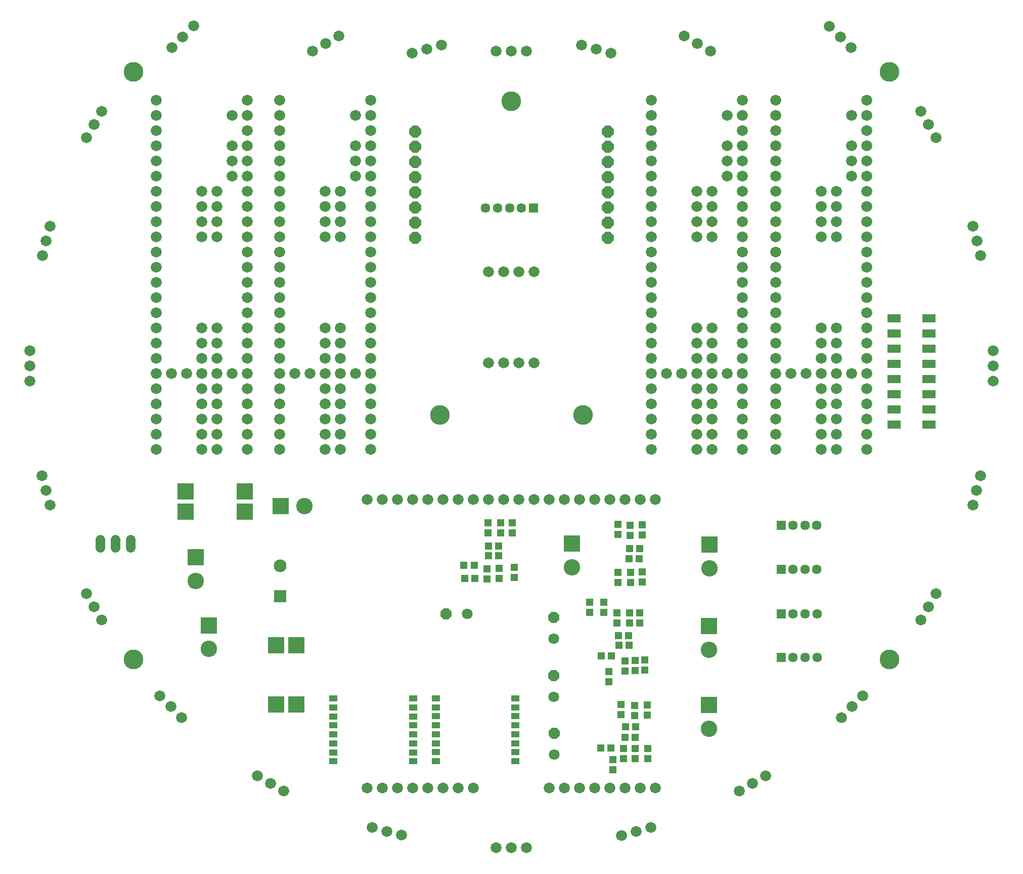
<source format=gbs>
G04 EAGLE Gerber X2 export*
G75*
%MOMM*%
%FSLAX34Y34*%
%LPD*%
%AMOC8*
5,1,8,0,0,1.08239X$1,22.5*%
G01*
%ADD10C,3.303200*%
%ADD11C,1.828800*%
%ADD12R,2.753200X2.753200*%
%ADD13C,2.753200*%
%ADD14C,1.612800*%
%ADD15C,2.133600*%
%ADD16R,2.133600X2.133600*%
%ADD17R,2.755900X2.755900*%
%ADD18P,2.144431X8X112.500000*%
%ADD19R,1.403200X1.103200*%
%ADD20R,1.203200X1.303200*%
%ADD21R,1.303200X1.203200*%
%ADD22P,1.951982X8X202.500000*%
%ADD23C,1.803400*%
%ADD24P,1.951982X8X112.500000*%
%ADD25R,1.612800X1.612800*%
%ADD26C,1.612800*%
%ADD27R,2.235200X1.473200*%


D10*
X267140Y1391440D03*
X780000Y818030D03*
X1532860Y1391440D03*
X267140Y408560D03*
X1532860Y408560D03*
X900000Y1342530D03*
X1020000Y818030D03*
D11*
X512060Y1344418D03*
X664460Y1344418D03*
X664460Y1319018D03*
X639060Y1319018D03*
X664460Y1293618D03*
X664460Y1268218D03*
X639060Y1268218D03*
X639060Y1242818D03*
X639060Y1217418D03*
X664460Y1217418D03*
X664460Y1242818D03*
X664460Y1192018D03*
X664460Y1166618D03*
X664460Y1141218D03*
X664460Y1090418D03*
X664460Y1039618D03*
X664460Y1065018D03*
X512060Y1319018D03*
X512060Y1293618D03*
X512060Y1268218D03*
X512060Y1242818D03*
X512060Y1217418D03*
X512060Y1192018D03*
X512060Y1166618D03*
X512060Y1141218D03*
X512060Y1115818D03*
X512060Y1090418D03*
X512060Y1065018D03*
X512060Y1039618D03*
X512060Y1014218D03*
X512060Y988818D03*
X512060Y963418D03*
X512060Y938018D03*
X512060Y912618D03*
X512060Y887218D03*
X512060Y861818D03*
X512060Y836418D03*
X512060Y811018D03*
X512060Y785618D03*
X512060Y760218D03*
X537460Y887218D03*
X562860Y887218D03*
X588260Y887218D03*
X613660Y887218D03*
X639060Y887218D03*
X664460Y760218D03*
X664460Y785618D03*
X664460Y811018D03*
X664460Y836418D03*
X664460Y861818D03*
X664460Y887218D03*
X664460Y912618D03*
X664460Y938018D03*
X664460Y963418D03*
X664460Y988818D03*
X664460Y1014218D03*
X664460Y1115818D03*
X613660Y836418D03*
X613660Y861818D03*
X613660Y811018D03*
X613660Y760218D03*
X613660Y785618D03*
X588260Y760218D03*
X588260Y785618D03*
X588260Y836418D03*
X588260Y861818D03*
X588260Y811018D03*
X613660Y912618D03*
X588260Y912618D03*
X588260Y938018D03*
X613660Y938018D03*
X613660Y963418D03*
X588260Y963418D03*
X613660Y1192018D03*
X588260Y1192018D03*
X588260Y1166618D03*
X613660Y1166618D03*
X613660Y1141218D03*
X588260Y1141218D03*
X588260Y1115818D03*
X613660Y1115818D03*
X1134366Y1343910D03*
X1286766Y1343910D03*
X1286766Y1318510D03*
X1261366Y1318510D03*
X1286766Y1293110D03*
X1286766Y1267710D03*
X1261366Y1267710D03*
X1261366Y1242310D03*
X1261366Y1216910D03*
X1286766Y1216910D03*
X1286766Y1242310D03*
X1286766Y1191510D03*
X1286766Y1166110D03*
X1286766Y1140710D03*
X1286766Y1089910D03*
X1286766Y1039110D03*
X1286766Y1064510D03*
X1134366Y1318510D03*
X1134366Y1293110D03*
X1134366Y1267710D03*
X1134366Y1242310D03*
X1134366Y1216910D03*
X1134366Y1191510D03*
X1134366Y1166110D03*
X1134366Y1140710D03*
X1134366Y1115310D03*
X1134366Y1089910D03*
X1134366Y1064510D03*
X1134366Y1039110D03*
X1134366Y1013710D03*
X1134366Y988310D03*
X1134366Y962910D03*
X1134366Y937510D03*
X1134366Y912110D03*
X1134366Y886710D03*
X1134366Y861310D03*
X1134366Y835910D03*
X1134366Y810510D03*
X1134366Y785110D03*
X1134366Y759710D03*
X1159766Y886710D03*
X1185166Y886710D03*
X1210566Y886710D03*
X1235966Y886710D03*
X1261366Y886710D03*
X1286766Y759710D03*
X1286766Y785110D03*
X1286766Y810510D03*
X1286766Y835910D03*
X1286766Y861310D03*
X1286766Y886710D03*
X1286766Y912110D03*
X1286766Y937510D03*
X1286766Y962910D03*
X1286766Y988310D03*
X1286766Y1013710D03*
X1286766Y1115310D03*
X1235966Y835910D03*
X1235966Y861310D03*
X1235966Y810510D03*
X1235966Y759710D03*
X1235966Y785110D03*
X1210566Y759710D03*
X1210566Y785110D03*
X1210566Y835910D03*
X1210566Y861310D03*
X1210566Y810510D03*
X1235966Y912110D03*
X1210566Y912110D03*
X1210566Y937510D03*
X1235966Y937510D03*
X1235966Y962910D03*
X1210566Y962910D03*
X1235966Y1191510D03*
X1210566Y1191510D03*
X1210566Y1166110D03*
X1235966Y1166110D03*
X1235966Y1140710D03*
X1210566Y1140710D03*
X1210566Y1115310D03*
X1235966Y1115310D03*
X1342642Y1344422D03*
X1495042Y1344422D03*
X1495042Y1319022D03*
X1469642Y1319022D03*
X1495042Y1293622D03*
X1495042Y1268222D03*
X1469642Y1268222D03*
X1469642Y1242822D03*
X1469642Y1217422D03*
X1495042Y1217422D03*
X1495042Y1242822D03*
X1495042Y1192022D03*
X1495042Y1166622D03*
X1495042Y1141222D03*
X1495042Y1090422D03*
X1495042Y1039622D03*
X1495042Y1065022D03*
X1342642Y1319022D03*
X1342642Y1293622D03*
X1342642Y1268222D03*
X1342642Y1242822D03*
X1342642Y1217422D03*
X1342642Y1192022D03*
X1342642Y1166622D03*
X1342642Y1141222D03*
X1342642Y1115822D03*
X1342642Y1090422D03*
X1342642Y1065022D03*
X1342642Y1039622D03*
X1342642Y1014222D03*
X1342642Y988822D03*
X1342642Y963422D03*
X1342642Y938022D03*
X1342642Y912622D03*
X1342642Y887222D03*
X1342642Y861822D03*
X1342642Y836422D03*
X1342642Y811022D03*
X1342642Y785622D03*
X1342642Y760222D03*
X1368042Y887222D03*
X1393442Y887222D03*
X1418842Y887222D03*
X1444242Y887222D03*
X1469642Y887222D03*
X1495042Y760222D03*
X1495042Y785622D03*
X1495042Y811022D03*
X1495042Y836422D03*
X1495042Y861822D03*
X1495042Y887222D03*
X1495042Y912622D03*
X1495042Y938022D03*
X1495042Y963422D03*
X1495042Y988822D03*
X1495042Y1014222D03*
X1495042Y1115822D03*
X1444242Y836422D03*
X1444242Y861822D03*
X1444242Y811022D03*
X1444242Y760222D03*
X1444242Y785622D03*
X1418842Y760222D03*
X1418842Y785622D03*
X1418842Y836422D03*
X1418842Y861822D03*
X1418842Y811022D03*
X1444242Y912622D03*
X1418842Y912622D03*
X1418842Y938022D03*
X1444242Y938022D03*
X1444242Y963422D03*
X1418842Y963422D03*
X1444242Y1192022D03*
X1418842Y1192022D03*
X1418842Y1166622D03*
X1444242Y1166622D03*
X1444242Y1141222D03*
X1418842Y1141222D03*
X1418842Y1115822D03*
X1444242Y1115822D03*
X305052Y1344672D03*
X457452Y1344672D03*
X457452Y1319272D03*
X432052Y1319272D03*
X457452Y1293872D03*
X457452Y1268472D03*
X432052Y1268472D03*
X432052Y1243072D03*
X432052Y1217672D03*
X457452Y1217672D03*
X457452Y1243072D03*
X457452Y1192272D03*
X457452Y1166872D03*
X457452Y1141472D03*
X457452Y1090672D03*
X457452Y1039872D03*
X457452Y1065272D03*
X305052Y1319272D03*
X305052Y1293872D03*
X305052Y1268472D03*
X305052Y1243072D03*
X305052Y1217672D03*
X305052Y1192272D03*
X305052Y1166872D03*
X305052Y1141472D03*
X305052Y1116072D03*
X305052Y1090672D03*
X305052Y1065272D03*
X305052Y1039872D03*
X305052Y1014472D03*
X305052Y989072D03*
X305052Y963672D03*
X305052Y938272D03*
X305052Y912872D03*
X305052Y887472D03*
X305052Y862072D03*
X305052Y836672D03*
X305052Y811272D03*
X305052Y785872D03*
X305052Y760472D03*
X330452Y887472D03*
X355852Y887472D03*
X381252Y887472D03*
X406652Y887472D03*
X432052Y887472D03*
X457452Y760472D03*
X457452Y785872D03*
X457452Y811272D03*
X457452Y836672D03*
X457452Y862072D03*
X457452Y887472D03*
X457452Y912872D03*
X457452Y938272D03*
X457452Y963672D03*
X457452Y989072D03*
X457452Y1014472D03*
X457452Y1116072D03*
X406652Y836672D03*
X406652Y862072D03*
X406652Y811272D03*
X406652Y760472D03*
X406652Y785872D03*
X381252Y760472D03*
X381252Y785872D03*
X381252Y836672D03*
X381252Y862072D03*
X381252Y811272D03*
X406652Y912872D03*
X381252Y912872D03*
X381252Y938272D03*
X406652Y938272D03*
X406652Y963672D03*
X381252Y963672D03*
X406652Y1192272D03*
X381252Y1192272D03*
X381252Y1166872D03*
X406652Y1166872D03*
X406652Y1141472D03*
X381252Y1141472D03*
X381252Y1116072D03*
X406652Y1116072D03*
D12*
X513600Y664980D03*
D13*
X553200Y664980D03*
D14*
X262390Y609538D02*
X262390Y595442D01*
X236990Y595442D02*
X236990Y609538D01*
X211590Y609538D02*
X211590Y595442D01*
D15*
X512720Y565730D03*
D16*
X512720Y514930D03*
D17*
X505970Y432310D03*
X505970Y333250D03*
X540006Y432310D03*
X540006Y333250D03*
X453290Y689940D03*
X354230Y689940D03*
X453290Y655904D03*
X354230Y655904D03*
D18*
X1061212Y1114298D03*
X1061212Y1139698D03*
X1061212Y1165098D03*
X1061212Y1190498D03*
X1061212Y1215898D03*
X1061212Y1241298D03*
X1061212Y1266698D03*
X1061212Y1292098D03*
X738632Y1114298D03*
X738632Y1139698D03*
X738632Y1165098D03*
X738632Y1190498D03*
X738632Y1215898D03*
X738632Y1241298D03*
X738632Y1266698D03*
X738632Y1292098D03*
D19*
X773310Y238530D03*
X773310Y253530D03*
X773310Y268530D03*
X773310Y283530D03*
X773310Y298530D03*
X773310Y313530D03*
X773310Y328530D03*
X773310Y343530D03*
X906470Y343530D03*
X906470Y328530D03*
X906470Y313530D03*
X906470Y298530D03*
X906470Y283530D03*
X906470Y268530D03*
X906470Y253530D03*
X906470Y238530D03*
X602170Y238330D03*
X602170Y253330D03*
X602170Y268330D03*
X602170Y283330D03*
X602170Y298330D03*
X602170Y313330D03*
X602170Y328330D03*
X602170Y343330D03*
X735330Y343330D03*
X735330Y328330D03*
X735330Y313330D03*
X735330Y298330D03*
X735330Y283330D03*
X735330Y268330D03*
X735330Y253330D03*
X735330Y238330D03*
D20*
X1119280Y616690D03*
X1119280Y633690D03*
X1119000Y555010D03*
X1119000Y538010D03*
X1078330Y617700D03*
X1078330Y634700D03*
X1098980Y633250D03*
X1098980Y616250D03*
X1099830Y537440D03*
X1099830Y554440D03*
D21*
X1114320Y577580D03*
X1097320Y577580D03*
X1114830Y594320D03*
X1097830Y594320D03*
D20*
X1078550Y554760D03*
X1078550Y537760D03*
X1054710Y504720D03*
X1054710Y487720D03*
X1030890Y504300D03*
X1030890Y487300D03*
D22*
X790710Y485190D03*
D23*
X826270Y485190D03*
D24*
X970890Y381650D03*
D23*
X970890Y346090D03*
D24*
X971630Y285340D03*
D23*
X971630Y249780D03*
D24*
X970760Y479190D03*
D23*
X970760Y443630D03*
D20*
X901310Y620510D03*
X901310Y637510D03*
X904630Y562970D03*
X904630Y545970D03*
X861180Y620560D03*
X861180Y637560D03*
X881620Y637080D03*
X881620Y620080D03*
X879110Y544170D03*
X879110Y561170D03*
D21*
X878590Y582440D03*
X861590Y582440D03*
X878890Y598410D03*
X861890Y598410D03*
D20*
X859550Y560480D03*
X859550Y543480D03*
D21*
X838460Y544310D03*
X821460Y544310D03*
X837550Y565890D03*
X820550Y565890D03*
D20*
X1127510Y315420D03*
X1127510Y332420D03*
X1128770Y259490D03*
X1128770Y242490D03*
X1083320Y316230D03*
X1083320Y333230D03*
X1106420Y331830D03*
X1106420Y314830D03*
X1107190Y242870D03*
X1107190Y259870D03*
D21*
X1106980Y278620D03*
X1089980Y278620D03*
X1108350Y296400D03*
X1091350Y296400D03*
D20*
X1087900Y260100D03*
X1087900Y243100D03*
X1069620Y240890D03*
X1069620Y223890D03*
D21*
X1066970Y260200D03*
X1049970Y260200D03*
D20*
X1115040Y469440D03*
X1115040Y486440D03*
X1123240Y407720D03*
X1123240Y390720D03*
X1076910Y469750D03*
X1076910Y486750D03*
X1097840Y486660D03*
X1097840Y469660D03*
X1107390Y390040D03*
X1107390Y407040D03*
D21*
X1096720Y432770D03*
X1079720Y432770D03*
X1096310Y448230D03*
X1079310Y448230D03*
D20*
X1089990Y406300D03*
X1089990Y389300D03*
X1063320Y388370D03*
X1063320Y371370D03*
D21*
X1067710Y414370D03*
X1050710Y414370D03*
D11*
X658810Y194096D03*
X684210Y194096D03*
X709610Y194096D03*
X760410Y194096D03*
X735010Y194096D03*
X785810Y194096D03*
X811210Y194096D03*
X836610Y194096D03*
X963610Y194096D03*
X989010Y194096D03*
X1014410Y194096D03*
X1065210Y194096D03*
X1039810Y194096D03*
X1090610Y194096D03*
X1116010Y194096D03*
X1141410Y194096D03*
X658810Y676696D03*
X684210Y676696D03*
X709610Y676696D03*
X735010Y676696D03*
X760410Y676696D03*
X811210Y676696D03*
X785810Y676696D03*
X836610Y676696D03*
X862010Y676696D03*
X887410Y676696D03*
X912810Y676696D03*
X938210Y676696D03*
X963610Y676696D03*
X989010Y676696D03*
X1014410Y676696D03*
X1065210Y676696D03*
X1039810Y676696D03*
X1090610Y676696D03*
X1116010Y676696D03*
X1141410Y676696D03*
X899970Y1426200D03*
X874570Y1426200D03*
X925370Y1426200D03*
X1041910Y1430020D03*
X1017376Y1436594D03*
X1066445Y1423446D03*
X1211330Y1438910D03*
X1189333Y1451610D03*
X1233327Y1426210D03*
X1450590Y1450340D03*
X1432630Y1468301D03*
X1468551Y1432379D03*
X1598170Y1303530D03*
X1585470Y1325527D03*
X1610870Y1281533D03*
X1679190Y1108710D03*
X1672616Y1133245D03*
X1685764Y1084175D03*
X1706880Y899920D03*
X1706880Y925320D03*
X1706880Y874520D03*
X1678940Y691130D03*
X1685514Y715665D03*
X1672366Y666595D03*
X1598680Y496570D03*
X1611380Y518567D03*
X1585980Y474573D03*
X1470410Y329690D03*
X1488371Y347651D03*
X1452450Y311729D03*
X1303270Y201680D03*
X1325267Y214380D03*
X1281273Y188980D03*
X1108710Y120900D03*
X1133245Y127474D03*
X1084176Y114326D03*
X899920Y93730D03*
X925320Y93730D03*
X874520Y93730D03*
X691390Y121160D03*
X715925Y114586D03*
X666856Y127734D03*
X496570Y201680D03*
X518567Y188980D03*
X474573Y214380D03*
X329690Y329690D03*
X347651Y311729D03*
X311730Y347651D03*
X201680Y496570D03*
X214380Y474573D03*
X188980Y518567D03*
X120900Y691130D03*
X127474Y666595D03*
X114326Y715665D03*
X93730Y899920D03*
X93730Y874520D03*
X93730Y925320D03*
X121160Y1108710D03*
X114586Y1084175D03*
X127734Y1133245D03*
X201680Y1303270D03*
X188980Y1281273D03*
X214380Y1325267D03*
X349690Y1450410D03*
X331730Y1432449D03*
X367651Y1468371D03*
X588770Y1438910D03*
X566773Y1426210D03*
X610767Y1451610D03*
X758190Y1429770D03*
X733656Y1423196D03*
X782725Y1436344D03*
D25*
X1351510Y633480D03*
D26*
X1371510Y633480D03*
X1391510Y633480D03*
X1411510Y633480D03*
D25*
X1351760Y485140D03*
D26*
X1371760Y485140D03*
X1391760Y485140D03*
X1411760Y485140D03*
D25*
X1351510Y559560D03*
D26*
X1371510Y559560D03*
X1391510Y559560D03*
X1411510Y559560D03*
D25*
X1351760Y411980D03*
D26*
X1371760Y411980D03*
X1391760Y411980D03*
X1411760Y411980D03*
D12*
X1231900Y600950D03*
D13*
X1231900Y561350D03*
D12*
X1001770Y602220D03*
D13*
X1001770Y562620D03*
D12*
X1230890Y464550D03*
D13*
X1230890Y424950D03*
D12*
X1230630Y332470D03*
D13*
X1230630Y292870D03*
D27*
X1599440Y801630D03*
X1541020Y801630D03*
X1541020Y827030D03*
X1599440Y827030D03*
X1541020Y852430D03*
X1599440Y852430D03*
X1541020Y877830D03*
X1599440Y877830D03*
X1541020Y903230D03*
X1599440Y903230D03*
X1541020Y928630D03*
X1599440Y928630D03*
X1541020Y954030D03*
X1599440Y954030D03*
X1541020Y979430D03*
X1599440Y979430D03*
D12*
X393700Y465830D03*
D13*
X393700Y426230D03*
D12*
X371090Y579870D03*
D13*
X371090Y540270D03*
D11*
X887220Y1057400D03*
X912620Y1057400D03*
X938020Y1057400D03*
X861820Y1057400D03*
X887220Y905000D03*
X912620Y905000D03*
X938020Y905000D03*
X861820Y905000D03*
D25*
X936920Y1163830D03*
D26*
X916920Y1163830D03*
X896920Y1163830D03*
X876920Y1163830D03*
X856920Y1163830D03*
M02*

</source>
